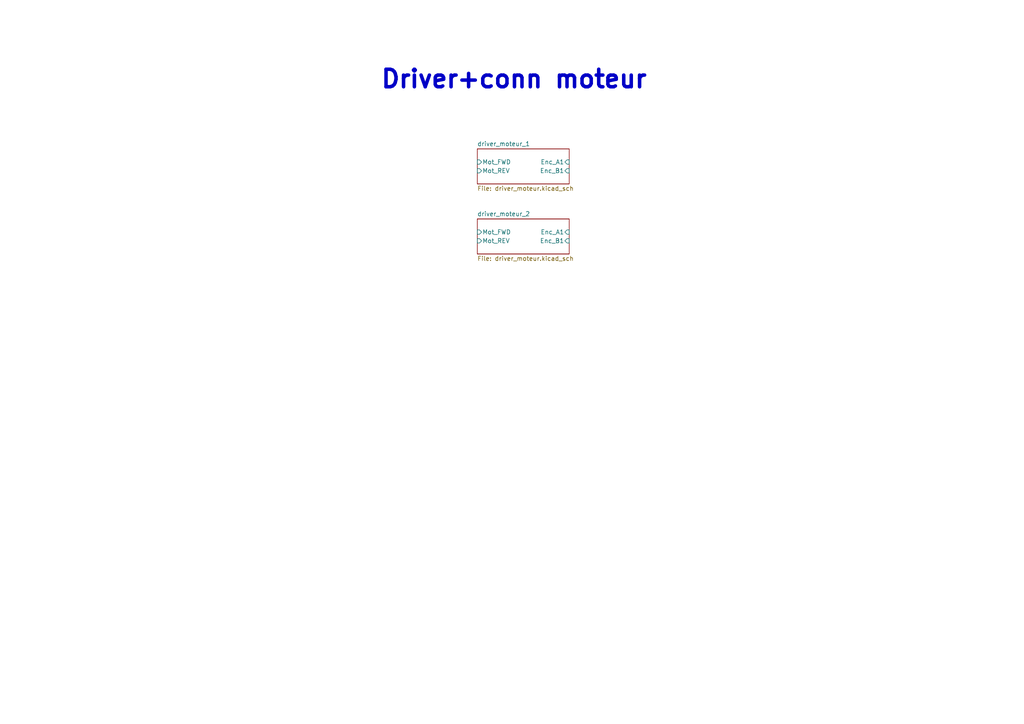
<source format=kicad_sch>
(kicad_sch
	(version 20250114)
	(generator "eeschema")
	(generator_version "9.0")
	(uuid "710b58ca-42d0-4d47-b767-37dfdeba880b")
	(paper "A4")
	(lib_symbols)
	(text "Driver+conn moteur\n"
		(exclude_from_sim no)
		(at 149.098 23.114 0)
		(effects
			(font
				(size 5.08 5.08)
				(thickness 1.016)
				(bold yes)
			)
		)
		(uuid "d4ed9170-d7c3-49eb-9891-0469e6dffa3a")
	)
	(sheet
		(at 138.43 63.5)
		(size 26.67 10.16)
		(exclude_from_sim no)
		(in_bom yes)
		(on_board yes)
		(dnp no)
		(fields_autoplaced yes)
		(stroke
			(width 0.1524)
			(type solid)
		)
		(fill
			(color 0 0 0 0.0000)
		)
		(uuid "01d05654-5912-4bcb-a5f5-2162637c79a2")
		(property "Sheetname" "driver_moteur_2"
			(at 138.43 62.7884 0)
			(effects
				(font
					(size 1.27 1.27)
				)
				(justify left bottom)
			)
		)
		(property "Sheetfile" "driver_moteur.kicad_sch"
			(at 138.43 74.2446 0)
			(effects
				(font
					(size 1.27 1.27)
				)
				(justify left top)
			)
		)
		(pin "Enc_A1" input
			(at 165.1 67.31 0)
			(uuid "5dd68de9-3c5e-4a6c-b735-f8304e543791")
			(effects
				(font
					(size 1.27 1.27)
				)
				(justify right)
			)
		)
		(pin "Enc_B1" input
			(at 165.1 69.85 0)
			(uuid "a0a4cb9b-1e00-4f01-9a68-cc0f7fa79ff9")
			(effects
				(font
					(size 1.27 1.27)
				)
				(justify right)
			)
		)
		(pin "Mot_FWD" input
			(at 138.43 67.31 180)
			(uuid "678a5a95-fa4a-4249-a29b-86442a80c640")
			(effects
				(font
					(size 1.27 1.27)
				)
				(justify left)
			)
		)
		(pin "Mot_REV" input
			(at 138.43 69.85 180)
			(uuid "01d945bd-abc1-45ce-aef8-7bbbd00c3871")
			(effects
				(font
					(size 1.27 1.27)
				)
				(justify left)
			)
		)
		(instances
			(project "Projet_Robot"
				(path "/21a14c86-6900-4d4b-9d91-6c59051d0f41/c369f4f1-9415-4017-9294-312c11921a7a"
					(page "7")
				)
			)
		)
	)
	(sheet
		(at 138.43 43.18)
		(size 26.67 10.16)
		(exclude_from_sim no)
		(in_bom yes)
		(on_board yes)
		(dnp no)
		(fields_autoplaced yes)
		(stroke
			(width 0.1524)
			(type solid)
		)
		(fill
			(color 0 0 0 0.0000)
		)
		(uuid "62173d32-03e9-437b-8b8c-bf60b6b6a071")
		(property "Sheetname" "driver_moteur_1"
			(at 138.43 42.4684 0)
			(effects
				(font
					(size 1.27 1.27)
				)
				(justify left bottom)
			)
		)
		(property "Sheetfile" "driver_moteur.kicad_sch"
			(at 138.43 53.9246 0)
			(effects
				(font
					(size 1.27 1.27)
				)
				(justify left top)
			)
		)
		(pin "Enc_A1" input
			(at 165.1 46.99 0)
			(uuid "67e0a8c1-cfd9-47ca-9985-77c5e79f98e3")
			(effects
				(font
					(size 1.27 1.27)
				)
				(justify right)
			)
		)
		(pin "Enc_B1" input
			(at 165.1 49.53 0)
			(uuid "90ed7599-ebe3-4fd1-ac5f-9f7b35946c31")
			(effects
				(font
					(size 1.27 1.27)
				)
				(justify right)
			)
		)
		(pin "Mot_FWD" input
			(at 138.43 46.99 180)
			(uuid "63236905-b893-4772-8e3c-19db248cc251")
			(effects
				(font
					(size 1.27 1.27)
				)
				(justify left)
			)
		)
		(pin "Mot_REV" input
			(at 138.43 49.53 180)
			(uuid "ad069399-4d83-4c5f-aac4-ffedd3b2c1c5")
			(effects
				(font
					(size 1.27 1.27)
				)
				(justify left)
			)
		)
		(instances
			(project "Projet_Robot"
				(path "/21a14c86-6900-4d4b-9d91-6c59051d0f41/c369f4f1-9415-4017-9294-312c11921a7a"
					(page "6")
				)
			)
		)
	)
)

</source>
